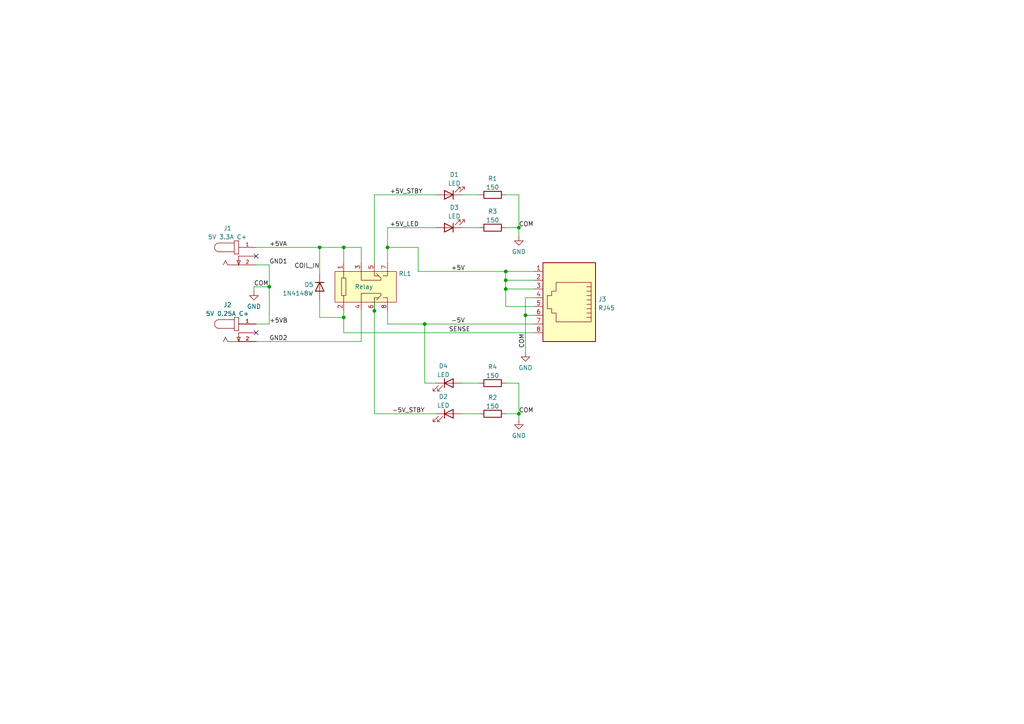
<source format=kicad_sch>
(kicad_sch (version 20211123) (generator eeschema)
  (paper "A4")
  (lib_symbols
    (symbol "Connector:RJ45" (pin_names (offset 1.016))
      (property "Reference" "J" (at -5.08 13.97 0))
      (property "Value" "RJ45" (at 2.54 13.97 0))
      (symbol "RJ45_0_1"
        (polyline (pts (xy -5.08 4.445) (xy -6.35 4.445)))
        (polyline (pts (xy -5.08 5.715) (xy -6.35 5.715)))
        (polyline (pts (xy -6.35 -3.175) (xy -5.08 -3.175) (xy -5.08 -3.175)))
        (polyline (pts (xy -6.35 -1.905) (xy -5.08 -1.905) (xy -5.08 -1.905)))
        (polyline (pts (xy -6.35 -0.635) (xy -5.08 -0.635) (xy -5.08 -0.635)))
        (polyline (pts (xy -6.35 0.635) (xy -5.08 0.635) (xy -5.08 0.635)))
        (polyline (pts (xy -6.35 1.905) (xy -5.08 1.905) (xy -5.08 1.905)))
        (polyline (pts (xy -5.08 3.175) (xy -6.35 3.175) (xy -6.35 3.175)))
        (polyline (pts (xy -6.35 -4.445) (xy -6.35 6.985) (xy 3.81 6.985) (xy 3.81 4.445) (xy 5.08 4.445) (xy 5.08 3.175) (xy 6.35 3.175) (xy 6.35 -0.635) (xy 5.08 -0.635) (xy 5.08 -1.905) (xy 3.81 -1.905) (xy 3.81 -4.445) (xy -6.35 -4.445) (xy -6.35 -4.445)))
        (rectangle (start 7.62 12.7) (end -7.62 -10.16) (stroke (width 0.254)) (fill (type background)))
      )
      (symbol "RJ45_1_1"
        (pin passive line (at 10.16 -7.62 180) (length 2.54) (name "~") (number "1"))
        (pin passive line (at 10.16 -5.08 180) (length 2.54) (name "~") (number "2"))
        (pin passive line (at 10.16 -2.54 180) (length 2.54) (name "~") (number "3"))
        (pin passive line (at 10.16 0 180) (length 2.54) (name "~") (number "4"))
        (pin passive line (at 10.16 2.54 180) (length 2.54) (name "~") (number "5"))
        (pin passive line (at 10.16 5.08 180) (length 2.54) (name "~") (number "6"))
        (pin passive line (at 10.16 7.62 180) (length 2.54) (name "~") (number "7"))
        (pin passive line (at 10.16 10.16 180) (length 2.54) (name "~") (number "8"))
      )
    )
    (symbol "Device:LED" (pin_numbers hide) (pin_names (offset 1.016) hide)
      (property "Reference" "D" (at 0 2.54 0))
      (property "Value" "LED" (at 0 -2.54 0))
      (symbol "LED_0_1"
        (polyline (pts (xy -1.27 -1.27) (xy -1.27 1.27)) (stroke (width 0.254)))
        (polyline (pts (xy -1.27 0) (xy 1.27 0)))
        (polyline (pts (xy 1.27 -1.27) (xy 1.27 1.27) (xy -1.27 0) (xy 1.27 -1.27)) (stroke (width 0.254)))
        (polyline (pts (xy -3.048 -0.762) (xy -4.572 -2.286) (xy -3.81 -2.286) (xy -4.572 -2.286) (xy -4.572 -1.524)))
        (polyline (pts (xy -1.778 -0.762) (xy -3.302 -2.286) (xy -2.54 -2.286) (xy -3.302 -2.286) (xy -3.302 -1.524)))
      )
      (symbol "LED_1_1"
        (pin passive line (at -3.81 0 0) (length 2.54) (name "K") (number "1"))
        (pin passive line (at 3.81 0 180) (length 2.54) (name "A") (number "2"))
      )
    )
    (symbol "Device:R" (pin_numbers hide) (pin_names (offset 0))
      (property "Reference" "R" (at 2.032 0 90))
      (property "Value" "R" (at 0 0 90))
      (symbol "R_0_1"
        (rectangle (start -1.016 -2.54) (end 1.016 2.54) (stroke (width 0.254)))
      )
      (symbol "R_1_1"
        (pin passive line (at 0 3.81 270) (length 1.27) (name "~") (number "1"))
        (pin passive line (at 0 -3.81 90) (length 1.27) (name "~") (number "2"))
      )
    )
    (symbol "Diode:1N4148W" (pin_numbers hide) (pin_names (offset 1.016) hide)
      (property "Reference" "D" (at 0 2.54 0))
      (property "Value" "1N4148W" (at 0 -2.54 0))
      (symbol "1N4148W_0_1"
        (polyline (pts (xy -1.27 1.27) (xy -1.27 -1.27)) (stroke (width 0.254)))
        (polyline (pts (xy 1.27 0) (xy -1.27 0)))
        (polyline (pts (xy 1.27 1.27) (xy 1.27 -1.27) (xy -1.27 0) (xy 1.27 1.27)) (stroke (width 0.254)))
      )
      (symbol "1N4148W_1_1"
        (pin passive line (at -3.81 0 0) (length 2.54) (name "K") (number "1"))
        (pin passive line (at 3.81 0 180) (length 2.54) (name "A") (number "2"))
      )
    )
    (symbol "PJ-002A_1" (pin_names (offset 1.016) hide)
      (property "Reference" "J" (at -7.62 5.08 0))
      (property "Value" "PJ-002A_1" (at -7.62 -5.08 0))
      (symbol "PJ-002A_1_0_0"
        (arc (start -5.715 3.81) (mid -6.985 2.54) (end -5.715 1.27) (stroke (width 0.1524)))
        (polyline (pts (xy -5.715 3.81) (xy -1.27 3.81)) (stroke (width 0.1524)))
        (polyline (pts (xy -3.81 -1.27) (xy -4.445 -2.54)) (stroke (width 0.1524)))
        (polyline (pts (xy -3.175 -2.54) (xy -3.81 -1.27)) (stroke (width 0.1524)))
        (polyline (pts (xy -1.27 0.635) (xy 0 0.635)) (stroke (width 0.1524)))
        (polyline (pts (xy -1.27 1.27) (xy -5.715 1.27)) (stroke (width 0.1524)))
        (polyline (pts (xy -1.27 1.27) (xy -1.27 0.635)) (stroke (width 0.1524)))
        (polyline (pts (xy -1.27 3.81) (xy -1.27 1.27)) (stroke (width 0.1524)))
        (polyline (pts (xy -1.27 4.445) (xy -1.27 3.81)) (stroke (width 0.1524)))
        (polyline (pts (xy 0 -2.54) (xy -3.175 -2.54)) (stroke (width 0.1524)))
        (polyline (pts (xy 0 0) (xy 0 -2.54)) (stroke (width 0.1524)))
        (polyline (pts (xy 0 0.635) (xy 0 4.445)) (stroke (width 0.1524)))
        (polyline (pts (xy 0 4.445) (xy -1.27 4.445)) (stroke (width 0.1524)))
        (polyline (pts (xy 0 -2.54) (xy -0.508 -1.27) (xy 0.508 -1.27) (xy 0 -2.54)) (stroke (width 0.1524)) (fill (type background)))
        (pin passive line (at 5.08 2.54 180) (length 5.08) (name "~") (number "1"))
        (pin passive line (at 5.08 -2.54 180) (length 5.08) (name "~") (number "2"))
        (pin passive line (at 5.08 0 180) (length 5.08) (name "~") (number "~"))
      )
    )
    (symbol "Philips CD-i 450 Power Adapter:PJ-002A" (pin_names (offset 1.016) hide)
      (property "Reference" "J" (at -7.62 5.08 0))
      (property "Value" "PJ-002A" (at -7.62 -5.08 0))
      (symbol "PJ-002A_0_0"
        (arc (start -5.715 3.81) (mid -6.985 2.54) (end -5.715 1.27) (stroke (width 0.1524)))
        (polyline (pts (xy -5.715 3.81) (xy -1.27 3.81)) (stroke (width 0.1524)))
        (polyline (pts (xy -3.81 -1.27) (xy -4.445 -2.54)) (stroke (width 0.1524)))
        (polyline (pts (xy -3.175 -2.54) (xy -3.81 -1.27)) (stroke (width 0.1524)))
        (polyline (pts (xy -1.27 0.635) (xy 0 0.635)) (stroke (width 0.1524)))
        (polyline (pts (xy -1.27 1.27) (xy -5.715 1.27)) (stroke (width 0.1524)))
        (polyline (pts (xy -1.27 1.27) (xy -1.27 0.635)) (stroke (width 0.1524)))
        (polyline (pts (xy -1.27 3.81) (xy -1.27 1.27)) (stroke (width 0.1524)))
        (polyline (pts (xy -1.27 4.445) (xy -1.27 3.81)) (stroke (width 0.1524)))
        (polyline (pts (xy 0 -2.54) (xy -3.175 -2.54)) (stroke (width 0.1524)))
        (polyline (pts (xy 0 0) (xy 0 -2.54)) (stroke (width 0.1524)))
        (polyline (pts (xy 0 0.635) (xy 0 4.445)) (stroke (width 0.1524)))
        (polyline (pts (xy 0 4.445) (xy -1.27 4.445)) (stroke (width 0.1524)))
        (polyline (pts (xy 0 -2.54) (xy -0.508 -1.27) (xy 0.508 -1.27) (xy 0 -2.54)) (stroke (width 0.1524)) (fill (type background)))
        (pin passive line (at 5.08 2.54 180) (length 5.08) (name "~") (number "1"))
        (pin passive line (at 5.08 -2.54 180) (length 5.08) (name "~") (number "2"))
        (pin passive line (at 5.08 0 180) (length 5.08) (name "~") (number "~"))
      )
    )
    (symbol "Philips CD-i 450 Power Adapter:Relay"
      (property "Value" "Relay" (at 8.89 5.08 0))
      (symbol "Relay_0_1"
        (polyline (pts (xy 2.54 -8.89) (xy 2.54 -6.985)) (stroke (width 0.1524)))
        (polyline (pts (xy 2.54 0) (xy 2.54 -1.905)) (stroke (width 0.1524)))
        (polyline (pts (xy 13.335 -6.985) (xy 12.065 -8.255)) (stroke (width 0.1524)))
        (polyline (pts (xy 11.43 -8.89) (xy 11.43 -7.62) (xy 12.7 -7.62)) (stroke (width 0.1524)))
        (polyline (pts (xy 11.43 0) (xy 11.43 -1.27) (xy 12.7 -1.27)) (stroke (width 0.1524)))
        (polyline (pts (xy 15.24 -8.89) (xy 15.24 -7.62) (xy 13.97 -7.62)) (stroke (width 0.1524)))
        (polyline (pts (xy 15.24 0) (xy 15.24 -1.27) (xy 13.97 -1.27)) (stroke (width 0.1524)))
        (polyline (pts (xy 7.62 -8.89) (xy 7.62 -6.35) (xy 13.335 -6.35) (xy 13.335 -6.985)) (stroke (width 0.1524)))
        (polyline (pts (xy 7.62 0) (xy 7.62 -2.54) (xy 13.335 -2.54) (xy 13.335 -1.905) (xy 12.065 -0.635)) (stroke (width 0.1524)))
        (rectangle (start 0 0) (end 17.78 -8.89) (stroke (width 0.1524)) (fill (type background)))
        (rectangle (start 1.905 -1.905) (end 3.175 -6.985) (stroke (width 0.1524)))
        (rectangle (start 2.54 -7.62) (end 2.54 -7.62) (stroke (width 0.1524)))
      )
      (symbol "Relay_1_1"
        (pin input line (at 2.54 2.54 270) (length 2.54) (name "") (number "1"))
        (pin input line (at 2.54 -11.43 90) (length 2.54) (name "") (number "2"))
        (pin input line (at 7.62 2.54 270) (length 2.54) (name "") (number "3"))
        (pin input line (at 7.62 -11.43 90) (length 2.54) (name "") (number "4"))
        (pin input line (at 11.43 2.54 270) (length 2.54) (name "") (number "5"))
        (pin input line (at 11.43 -11.43 90) (length 2.54) (name "") (number "6"))
        (pin input line (at 15.24 2.54 270) (length 2.54) (name "") (number "7"))
        (pin input line (at 15.24 -11.43 90) (length 2.54) (name "") (number "8"))
      )
    )
    (symbol "power:GND" (power) (pin_names (offset 0))
      (property "Value" "GND" (at 0 -3.81 0))
      (symbol "GND_0_1"
        (polyline (pts (xy 0 0) (xy 0 -1.27) (xy 1.27 -1.27) (xy 0 -2.54) (xy -1.27 -1.27) (xy 0 -1.27)))
      )
      (symbol "GND_1_1"
        (pin power_in line (at 0 0 270) (length 0) hide (name "GND") (number "1"))
      )
    )
  )
  (junction (at 146.685 78.74))
  (junction (at 152.4 91.44))
  (junction (at 78.105 83.185))
  (junction (at 150.495 120.015))
  (junction (at 92.71 71.755))
  (junction (at 99.695 92.075))
  (junction (at 99.695 71.755))
  (junction (at 146.685 81.28))
  (junction (at 108.585 90.17))
  (junction (at 112.395 71.755))
  (junction (at 150.495 66.04))
  (junction (at 123.19 93.98))
  (junction (at 146.685 83.82))
  (no_connect (at 74.295 96.52))
  (no_connect (at 74.295 74.295))
  (wire (pts (xy 146.685 66.04) (xy 150.495 66.04)))
  (wire (pts (xy 133.985 120.015) (xy 139.065 120.015)))
  (wire (pts (xy 108.585 86.36) (xy 108.585 90.17)))
  (wire (pts (xy 74.295 71.755) (xy 92.71 71.755)))
  (wire (pts (xy 108.585 90.17) (xy 108.585 120.015)))
  (wire (pts (xy 121.285 71.755) (xy 112.395 71.755)))
  (wire (pts (xy 78.105 76.835) (xy 78.105 83.185)))
  (wire (pts (xy 73.66 83.185) (xy 73.66 84.455)))
  (wire (pts (xy 108.585 56.515) (xy 108.585 76.2)))
  (wire (pts (xy 150.495 66.04) (xy 150.495 68.58)))
  (wire (pts (xy 99.695 90.17) (xy 99.695 92.075)))
  (wire (pts (xy 146.685 120.015) (xy 150.495 120.015)))
  (wire (pts (xy 146.685 81.28) (xy 146.685 83.82)))
  (wire (pts (xy 150.495 111.125) (xy 150.495 120.015)))
  (wire (pts (xy 146.685 83.82) (xy 146.685 88.9)))
  (wire (pts (xy 123.19 93.98) (xy 154.94 93.98)))
  (wire (pts (xy 152.4 86.36) (xy 152.4 91.44)))
  (wire (pts (xy 150.495 120.015) (xy 150.495 121.92)))
  (wire (pts (xy 133.985 66.04) (xy 139.065 66.04)))
  (wire (pts (xy 74.295 93.98) (xy 78.105 93.98)))
  (wire (pts (xy 99.695 71.755) (xy 104.775 71.755)))
  (wire (pts (xy 92.71 71.755) (xy 99.695 71.755)))
  (wire (pts (xy 74.295 99.06) (xy 104.775 99.06)))
  (wire (pts (xy 104.775 71.755) (xy 104.775 76.2)))
  (wire (pts (xy 123.19 93.98) (xy 123.19 111.125)))
  (wire (pts (xy 146.685 56.515) (xy 150.495 56.515)))
  (wire (pts (xy 112.395 90.17) (xy 112.395 93.98)))
  (wire (pts (xy 146.685 88.9) (xy 154.94 88.9)))
  (wire (pts (xy 108.585 56.515) (xy 126.365 56.515)))
  (wire (pts (xy 78.105 93.98) (xy 78.105 83.185)))
  (wire (pts (xy 133.985 111.125) (xy 139.065 111.125)))
  (wire (pts (xy 78.105 83.185) (xy 73.66 83.185)))
  (wire (pts (xy 112.395 71.755) (xy 112.395 76.2)))
  (wire (pts (xy 104.775 99.06) (xy 104.775 90.17)))
  (wire (pts (xy 154.94 86.36) (xy 152.4 86.36)))
  (wire (pts (xy 146.685 111.125) (xy 150.495 111.125)))
  (wire (pts (xy 92.71 92.075) (xy 99.695 92.075)))
  (wire (pts (xy 150.495 56.515) (xy 150.495 66.04)))
  (wire (pts (xy 152.4 91.44) (xy 154.94 91.44)))
  (wire (pts (xy 99.695 96.52) (xy 154.94 96.52)))
  (wire (pts (xy 112.395 66.04) (xy 126.365 66.04)))
  (wire (pts (xy 99.695 92.075) (xy 99.695 96.52)))
  (wire (pts (xy 154.94 78.74) (xy 146.685 78.74)))
  (wire (pts (xy 74.295 76.835) (xy 78.105 76.835)))
  (wire (pts (xy 146.685 78.74) (xy 146.685 81.28)))
  (wire (pts (xy 92.71 71.755) (xy 92.71 79.375)))
  (wire (pts (xy 112.395 66.04) (xy 112.395 71.755)))
  (wire (pts (xy 112.395 93.98) (xy 123.19 93.98)))
  (wire (pts (xy 126.365 111.125) (xy 123.19 111.125)))
  (wire (pts (xy 121.285 78.74) (xy 146.685 78.74)))
  (wire (pts (xy 99.695 71.755) (xy 99.695 76.2)))
  (wire (pts (xy 121.285 78.74) (xy 121.285 71.755)))
  (wire (pts (xy 92.71 86.995) (xy 92.71 92.075)))
  (wire (pts (xy 146.685 83.82) (xy 154.94 83.82)))
  (wire (pts (xy 146.685 81.28) (xy 154.94 81.28)))
  (wire (pts (xy 133.985 56.515) (xy 139.065 56.515)))
  (wire (pts (xy 152.4 91.44) (xy 152.4 102.235)))
  (wire (pts (xy 108.585 120.015) (xy 126.365 120.015)))
  (label "-5V" (at 130.81 93.98 0))
  (label "+5VB" (at 78.105 93.98 0))
  (label "GND2" (at 78.105 99.06 0))
  (label "COIL_IN" (at 92.71 78.105 180))
  (label "-5V_STBY" (at 113.665 120.015 0))
  (label "GND1" (at 78.105 76.835 0))
  (label "COM" (at 150.495 120.015 0))
  (label "COM" (at 152.4 100.965 90))
  (label "+5V_LED" (at 113.03 66.04 0))
  (label "+5VA" (at 78.105 71.755 0))
  (label "SENSE" (at 130.175 96.52 0))
  (label "+5V" (at 130.81 78.74 0))
  (label "COM" (at 150.495 66.04 0))
  (label "+5V_STBY" (at 113.03 56.515 0))
  (label "COM" (at 73.66 83.185 0))
  (symbol (lib_id "Device:LED") (at 130.175 56.515 180) (unit 1)
    (property "Reference" "D1" (at 131.7625 50.6562 0))
    (property "Value" "LED" (at 131.7625 53.1931 0))
    (property "Footprint" "LED_THT:LED_D5.0mm" (effects hide))
  )
  (symbol (lib_id "Device:R") (at 142.875 66.04 90) (unit 1)
    (property "Reference" "R3" (at 142.875 61.3242 90))
    (property "Value" "150" (at 142.875 63.8611 90))
    (property "Footprint" "Resistor_SMD:R_0805_2012Metric_Pad1.20x1.40mm_HandSolder" (effects hide))
  )
  (symbol (lib_id "Device:R") (at 142.875 120.015 90) (unit 1)
    (property "Reference" "R2" (at 142.875 115.2992 90))
    (property "Value" "150" (at 142.875 117.8361 90))
    (property "Footprint" "Resistor_SMD:R_0805_2012Metric_Pad1.20x1.40mm_HandSolder" (effects hide))
  )
  (symbol (lib_name "PJ-002A_1") (lib_id "Philips CD-i 450 Power Adapter:PJ-002A") (at 69.215 74.295 0) (unit 1)
    (property "Reference" "J1" (at 65.9765 66.201 0))
    (property "Value" "5V 3.3A C+" (at 65.9765 68.7379 0))
    (property "Footprint" "CUI_PJ-002A" (effects hide))
    (property "MANUFACTURER" "CUI INC" (effects hide))
    (property "STANDARD" "Manufacturer recommendations" (effects hide))
  )
  (symbol (lib_id "Device:LED") (at 130.175 120.015 0) (unit 1)
    (property "Reference" "D2" (at 128.5875 115.0452 0))
    (property "Value" "LED" (at 128.5875 117.5821 0))
    (property "Footprint" "LED_THT:LED_D5.0mm" (effects hide))
  )
  (symbol (lib_id "Philips CD-i 450 Power Adapter:Relay") (at 97.155 78.74 0) (unit 1)
    (property "Reference" "RL1" (at 117.475 79.375 0))
    (property "Value" "Relay" (at 102.87 83.185 0) (effects (justify left)))
    (property "Footprint" "Philips CD-i 450 Power Adapter:Relay" (effects hide))
  )
  (symbol (lib_id "Connector:RJ45") (at 165.1 86.36 180) (unit 1)
    (property "Reference" "J3" (at 173.482 86.7953 0) (effects (justify right)))
    (property "Value" "RJ45" (at 173.482 89.3322 0) (effects (justify right)))
    (property "Footprint" "Philips CD-i 450 Power Adapter:RJ45" (effects hide))
  )
  (symbol (lib_id "Diode:1N4148W") (at 92.71 83.185 270) (unit 1)
    (property "Reference" "D5" (at 88.265 82.55 90) (effects (justify left)))
    (property "Value" "1N4148W" (at 81.915 85.09 90) (effects (justify left)))
    (property "Footprint" "Diode_SMD:D_SOD-123" (effects hide))
    (property "Datasheet" "https://www.vishay.com/docs/85748/1n4148w.pdf" (effects hide))
  )
  (symbol (lib_id "power:GND") (at 73.66 84.455 0) (unit 1)
    (property "Reference" "#PWR0101" (effects hide))
    (property "Value" "GND" (at 73.66 88.8984 0))
  )
  (symbol (lib_id "power:GND") (at 150.495 121.92 0) (unit 1)
    (property "Reference" "#PWR0102" (effects hide))
    (property "Value" "GND" (at 150.495 126.3634 0))
  )
  (symbol (lib_id "power:GND") (at 152.4 102.235 0) (unit 1)
    (property "Reference" "#PWR0103" (effects hide))
    (property "Value" "GND" (at 152.4 106.6784 0))
  )
  (symbol (lib_id "power:GND") (at 150.495 68.58 0) (unit 1)
    (property "Reference" "#PWR0104" (effects hide))
    (property "Value" "GND" (at 150.495 73.0234 0))
  )
  (symbol (lib_id "Device:LED") (at 130.175 111.125 0) (unit 1)
    (property "Reference" "D4" (at 128.5875 106.1552 0))
    (property "Value" "LED" (at 128.5875 108.6921 0))
    (property "Footprint" "LED_THT:LED_D5.0mm" (effects hide))
  )
  (symbol (lib_id "Device:LED") (at 130.175 66.04 180) (unit 1)
    (property "Reference" "D3" (at 131.7625 60.1812 0))
    (property "Value" "LED" (at 131.7625 62.7181 0))
    (property "Footprint" "LED_THT:LED_D5.0mm" (effects hide))
  )
  (symbol (lib_id "Philips CD-i 450 Power Adapter:PJ-002A") (at 69.215 96.52 0) (unit 1)
    (property "Reference" "J2" (at 65.9765 88.426 0))
    (property "Value" "5V 0.25A C+" (at 65.9765 90.9629 0))
    (property "Footprint" "CUI_PJ-002A" (effects hide))
    (property "MANUFACTURER" "CUI INC" (effects hide))
    (property "STANDARD" "Manufacturer recommendations" (effects hide))
  )
  (symbol (lib_id "Device:R") (at 142.875 111.125 90) (unit 1)
    (property "Reference" "R4" (at 142.875 106.4092 90))
    (property "Value" "150" (at 142.875 108.9461 90))
    (property "Footprint" "Resistor_SMD:R_0805_2012Metric_Pad1.20x1.40mm_HandSolder" (effects hide))
  )
  (symbol (lib_id "Device:R") (at 142.875 56.515 90) (unit 1)
    (property "Reference" "R1" (at 142.875 51.7992 90))
    (property "Value" "150" (at 142.875 54.3361 90))
    (property "Footprint" "Resistor_SMD:R_0805_2012Metric_Pad1.20x1.40mm_HandSolder" (effects hide))
  )
)
</source>
